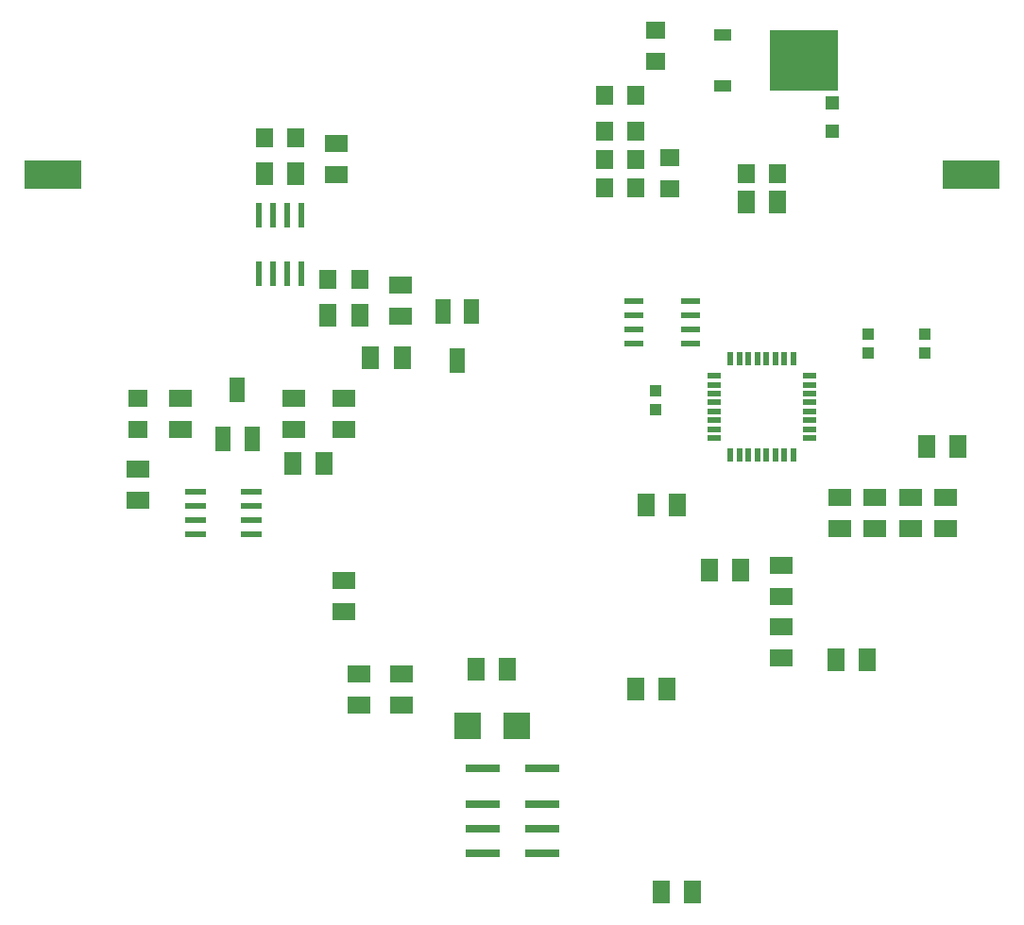
<source format=gbr>
G04 EAGLE Gerber X2 export*
%TF.Part,Single*%
%TF.FileFunction,Paste,Top*%
%TF.FilePolarity,Positive*%
%TF.GenerationSoftware,Autodesk,EAGLE,9.2.2*%
%TF.CreationDate,2019-06-08T20:54:27Z*%
G75*
%MOMM*%
%FSLAX34Y34*%
%LPD*%
%INSolderpaste Top*%
%AMOC8*
5,1,8,0,0,1.08239X$1,22.5*%
G01*
%ADD10R,1.000000X1.100000*%
%ADD11R,1.800000X1.600000*%
%ADD12R,1.600000X1.800000*%
%ADD13R,0.609600X2.209800*%
%ADD14R,1.600000X2.000000*%
%ADD15R,2.000000X1.600000*%
%ADD16R,1.320800X2.184400*%
%ADD17R,1.981200X0.558800*%
%ADD18R,1.270000X0.558800*%
%ADD19R,0.558800X1.270000*%
%ADD20R,3.100000X0.800000*%
%ADD21R,1.600000X1.000000*%
%ADD22R,6.200000X5.400000*%
%ADD23R,2.400000X2.400000*%
%ADD24R,1.270000X1.270000*%
%ADD25R,5.080000X2.540000*%
%ADD26R,1.720000X0.600000*%


D10*
X811550Y707000D03*
X811550Y690000D03*
X760750Y707000D03*
X760750Y690000D03*
D11*
X106700Y649000D03*
X106700Y621000D03*
D12*
X247700Y882650D03*
X219700Y882650D03*
X276850Y755650D03*
X304850Y755650D03*
D13*
X214650Y761238D03*
X227350Y761238D03*
X240050Y761238D03*
X252750Y761238D03*
X252750Y813562D03*
X240050Y813562D03*
X227350Y813562D03*
X214650Y813562D03*
D14*
X219700Y850900D03*
X247700Y850900D03*
X276850Y723900D03*
X304850Y723900D03*
X314950Y685800D03*
X342950Y685800D03*
D15*
X341650Y750600D03*
X341650Y722600D03*
D16*
X405180Y726850D03*
X392450Y682850D03*
X379720Y726850D03*
D14*
X679500Y825500D03*
X651500Y825500D03*
D15*
X284500Y877600D03*
X284500Y849600D03*
X144800Y621000D03*
X144800Y649000D03*
D14*
X245100Y590550D03*
X273100Y590550D03*
D15*
X342926Y401539D03*
X342926Y373539D03*
X106700Y557500D03*
X106700Y585500D03*
X290850Y649000D03*
X290850Y621000D03*
X246400Y649000D03*
X246400Y621000D03*
D16*
X182870Y613000D03*
X195600Y657000D03*
X208330Y613000D03*
D17*
X207538Y527050D03*
X207538Y539750D03*
X207538Y552450D03*
X207538Y565150D03*
X158262Y565150D03*
X158262Y552450D03*
X158262Y539750D03*
X158262Y527050D03*
D18*
X708426Y613350D03*
X708426Y621350D03*
X708426Y629350D03*
X708426Y637350D03*
X708426Y645350D03*
X708426Y653350D03*
X708426Y661350D03*
X708426Y669350D03*
D19*
X693500Y684276D03*
X685500Y684276D03*
X677500Y684276D03*
X669500Y684276D03*
X661500Y684276D03*
X653500Y684276D03*
X645500Y684276D03*
X637500Y684276D03*
D18*
X622574Y669350D03*
X622574Y661350D03*
X622574Y653350D03*
X622574Y645350D03*
X622574Y637350D03*
X622574Y629350D03*
X622574Y621350D03*
X622574Y613350D03*
D19*
X637500Y598424D03*
X645500Y598424D03*
X653500Y598424D03*
X661500Y598424D03*
X669500Y598424D03*
X677500Y598424D03*
X685500Y598424D03*
X693500Y598424D03*
D15*
X767100Y532100D03*
X767100Y560100D03*
X798850Y532100D03*
X798850Y560100D03*
X830600Y532100D03*
X830600Y560100D03*
X735350Y532100D03*
X735350Y560100D03*
X304399Y374155D03*
X304399Y402155D03*
D14*
X437489Y405703D03*
X409489Y405703D03*
D20*
X415261Y317400D03*
X415261Y285400D03*
X415261Y263400D03*
X415261Y241400D03*
X468261Y317400D03*
X468261Y285400D03*
X468261Y263400D03*
X468261Y241400D03*
D14*
X646205Y495312D03*
X618205Y495312D03*
X561938Y553029D03*
X589938Y553029D03*
D15*
X682778Y471657D03*
X682778Y499657D03*
D12*
X651500Y850900D03*
X679500Y850900D03*
D11*
X570250Y979200D03*
X570250Y951200D03*
D21*
X630200Y975300D03*
X630200Y929700D03*
D22*
X703200Y952500D03*
D14*
X575429Y206433D03*
X603429Y206433D03*
D12*
X524500Y889000D03*
X552500Y889000D03*
X524500Y863600D03*
X552500Y863600D03*
X524500Y838200D03*
X552500Y838200D03*
D11*
X582950Y864900D03*
X582950Y836900D03*
D23*
X402200Y355600D03*
X446200Y355600D03*
D24*
X729000Y914400D03*
X729000Y889000D03*
D14*
X759908Y414194D03*
X731908Y414194D03*
D12*
X552500Y920750D03*
X524500Y920750D03*
D25*
X853134Y850000D03*
X29946Y850000D03*
D10*
X570250Y639200D03*
X570250Y656200D03*
D26*
X602000Y698500D03*
X602000Y711200D03*
X602000Y723900D03*
X602000Y736600D03*
X551200Y736600D03*
X551200Y723900D03*
X551200Y711200D03*
X551200Y698500D03*
D14*
X813494Y605553D03*
X841494Y605553D03*
D15*
X683176Y416622D03*
X683176Y444622D03*
D14*
X580746Y388234D03*
X552746Y388234D03*
D15*
X290458Y457711D03*
X290458Y485711D03*
M02*

</source>
